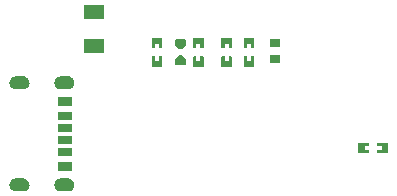
<source format=gtp>
G04 Layer: TopPasteMaskLayer*
G04 EasyEDA v6.5.40, 2025-01-31 22:11:59*
G04 63179efdc9ef42fbbe513a6e2370b4ab,79498b06e10c4258a2922cdf157d59c5,10*
G04 Gerber Generator version 0.2*
G04 Scale: 100 percent, Rotated: No, Reflected: No *
G04 Dimensions in millimeters *
G04 leading zeros omitted , absolute positions ,4 integer and 5 decimal *
%FSLAX45Y45*%
%MOMM*%

%ADD10R,0.9000X0.8000*%
%ADD11R,1.7280X1.1901*%

%LPD*%
G36*
X1485646Y-1185164D02*
G01*
X1456283Y-1212596D01*
X1456283Y-1262938D01*
X1462684Y-1269339D01*
X1536242Y-1269339D01*
X1542643Y-1262938D01*
X1542643Y-1212596D01*
X1513281Y-1185164D01*
G37*
G36*
X1461516Y-1049477D02*
G01*
X1455115Y-1055878D01*
X1455115Y-1106170D01*
X1484528Y-1133602D01*
X1512163Y-1133602D01*
X1541526Y-1106170D01*
X1541526Y-1055878D01*
X1535125Y-1049477D01*
G37*
G36*
X1259992Y-1194511D02*
G01*
X1254963Y-1199540D01*
X1254963Y-1279499D01*
X1259992Y-1284528D01*
X1339951Y-1284528D01*
X1344980Y-1279499D01*
X1344980Y-1199540D01*
X1339951Y-1194511D01*
X1317193Y-1194511D01*
X1317193Y-1231544D01*
X1284173Y-1231544D01*
X1284173Y-1194511D01*
G37*
G36*
X1259992Y-1035507D02*
G01*
X1254963Y-1040536D01*
X1254963Y-1120495D01*
X1259992Y-1125524D01*
X1282750Y-1125524D01*
X1282750Y-1088542D01*
X1315770Y-1088542D01*
X1315770Y-1125524D01*
X1339951Y-1125524D01*
X1344980Y-1120495D01*
X1344980Y-1040536D01*
X1339951Y-1035507D01*
G37*
G36*
X1610004Y-1194511D02*
G01*
X1604975Y-1199540D01*
X1604975Y-1279499D01*
X1610004Y-1284528D01*
X1689963Y-1284528D01*
X1694992Y-1279499D01*
X1694992Y-1199540D01*
X1689963Y-1194511D01*
X1667205Y-1194511D01*
X1667205Y-1231544D01*
X1634185Y-1231544D01*
X1634185Y-1194511D01*
G37*
G36*
X1610004Y-1035507D02*
G01*
X1604975Y-1040536D01*
X1604975Y-1120495D01*
X1610004Y-1125524D01*
X1632762Y-1125524D01*
X1632762Y-1088542D01*
X1665782Y-1088542D01*
X1665782Y-1125524D01*
X1689963Y-1125524D01*
X1694992Y-1120495D01*
X1694992Y-1040536D01*
X1689963Y-1035507D01*
G37*
G36*
X2040026Y-1194511D02*
G01*
X2034997Y-1199540D01*
X2034997Y-1279499D01*
X2040026Y-1284528D01*
X2119985Y-1284528D01*
X2125014Y-1279499D01*
X2125014Y-1199540D01*
X2119985Y-1194511D01*
X2097227Y-1194511D01*
X2097227Y-1231544D01*
X2064207Y-1231544D01*
X2064207Y-1194511D01*
G37*
G36*
X2040026Y-1035507D02*
G01*
X2034997Y-1040536D01*
X2034997Y-1120495D01*
X2040026Y-1125524D01*
X2062784Y-1125524D01*
X2062784Y-1088542D01*
X2095804Y-1088542D01*
X2095804Y-1125524D01*
X2119985Y-1125524D01*
X2125014Y-1120495D01*
X2125014Y-1040536D01*
X2119985Y-1035507D01*
G37*
G36*
X1850034Y-1194511D02*
G01*
X1845005Y-1199540D01*
X1845005Y-1279499D01*
X1850034Y-1284528D01*
X1929993Y-1284528D01*
X1935022Y-1279499D01*
X1935022Y-1199540D01*
X1929993Y-1194511D01*
X1907235Y-1194511D01*
X1907235Y-1231544D01*
X1874215Y-1231544D01*
X1874215Y-1194511D01*
G37*
G36*
X1850034Y-1035507D02*
G01*
X1845005Y-1040536D01*
X1845005Y-1120495D01*
X1850034Y-1125524D01*
X1872792Y-1125524D01*
X1872792Y-1088542D01*
X1905812Y-1088542D01*
X1905812Y-1125524D01*
X1929993Y-1125524D01*
X1935022Y-1120495D01*
X1935022Y-1040536D01*
X1929993Y-1035507D01*
G37*
G36*
X3169564Y-1925015D02*
G01*
X3164535Y-1930044D01*
X3164535Y-1952802D01*
X3201568Y-1952802D01*
X3201568Y-1985822D01*
X3164535Y-1985822D01*
X3164535Y-2010003D01*
X3169564Y-2015032D01*
X3249523Y-2015032D01*
X3254552Y-2010003D01*
X3254552Y-1930044D01*
X3249523Y-1925015D01*
G37*
G36*
X3010560Y-1925015D02*
G01*
X3005531Y-1930044D01*
X3005531Y-2010003D01*
X3010560Y-2015032D01*
X3090519Y-2015032D01*
X3095548Y-2010003D01*
X3095548Y-1987245D01*
X3058515Y-1987245D01*
X3058515Y-1954225D01*
X3095548Y-1954225D01*
X3095548Y-1930044D01*
X3090519Y-1925015D01*
G37*
G36*
X486003Y-2226970D02*
G01*
X480517Y-2227275D01*
X475081Y-2228088D01*
X469798Y-2229408D01*
X464616Y-2231288D01*
X459689Y-2233676D01*
X455015Y-2236520D01*
X450646Y-2239873D01*
X446633Y-2243582D01*
X442976Y-2247696D01*
X439826Y-2252167D01*
X437083Y-2256891D01*
X434797Y-2261870D01*
X433070Y-2267102D01*
X431850Y-2272436D01*
X431139Y-2277872D01*
X431038Y-2283358D01*
X431444Y-2288844D01*
X432358Y-2294229D01*
X433882Y-2299512D01*
X435864Y-2304592D01*
X438353Y-2309469D01*
X441350Y-2314092D01*
X444754Y-2318359D01*
X448614Y-2322322D01*
X452780Y-2325827D01*
X457301Y-2328926D01*
X462127Y-2331567D01*
X467207Y-2333650D01*
X472440Y-2335276D01*
X477824Y-2336393D01*
X483260Y-2336901D01*
X545998Y-2337003D01*
X551484Y-2336698D01*
X556920Y-2335885D01*
X562203Y-2334564D01*
X567385Y-2332685D01*
X572312Y-2330297D01*
X576986Y-2327452D01*
X581355Y-2324100D01*
X585368Y-2320391D01*
X589026Y-2316276D01*
X592226Y-2311806D01*
X594969Y-2307082D01*
X597204Y-2302103D01*
X598932Y-2296871D01*
X600151Y-2291537D01*
X600862Y-2286101D01*
X600964Y-2280615D01*
X600557Y-2275128D01*
X599643Y-2269744D01*
X598119Y-2264460D01*
X596138Y-2259380D01*
X593648Y-2254504D01*
X590651Y-2249881D01*
X587248Y-2245614D01*
X583438Y-2241651D01*
X579221Y-2238146D01*
X574700Y-2235047D01*
X569874Y-2232456D01*
X564794Y-2230323D01*
X559562Y-2228697D01*
X554177Y-2227580D01*
X548741Y-2227072D01*
G37*
G36*
X486003Y-1363014D02*
G01*
X480517Y-1363268D01*
X475081Y-1364081D01*
X469798Y-1365453D01*
X464616Y-1367332D01*
X459689Y-1369720D01*
X455015Y-1372565D01*
X450646Y-1375867D01*
X446633Y-1379626D01*
X442976Y-1383690D01*
X439826Y-1388160D01*
X437083Y-1392936D01*
X434797Y-1397914D01*
X433070Y-1403096D01*
X431850Y-1408480D01*
X431139Y-1413916D01*
X431038Y-1419352D01*
X431444Y-1424838D01*
X432358Y-1430223D01*
X433882Y-1435506D01*
X435864Y-1440637D01*
X438353Y-1445514D01*
X441350Y-1450086D01*
X444754Y-1454404D01*
X448614Y-1458315D01*
X452780Y-1461871D01*
X457301Y-1464919D01*
X462127Y-1467561D01*
X467207Y-1469694D01*
X472440Y-1471320D01*
X477824Y-1472387D01*
X483260Y-1472946D01*
X545998Y-1472996D01*
X551484Y-1472742D01*
X556920Y-1471930D01*
X562203Y-1470558D01*
X567385Y-1468678D01*
X572312Y-1466291D01*
X576986Y-1463446D01*
X581355Y-1460144D01*
X585368Y-1456385D01*
X589026Y-1452321D01*
X592226Y-1447850D01*
X594969Y-1443075D01*
X597204Y-1438097D01*
X598932Y-1432915D01*
X600151Y-1427530D01*
X600862Y-1422095D01*
X600964Y-1416659D01*
X600557Y-1411173D01*
X599643Y-1405788D01*
X598119Y-1400505D01*
X596138Y-1395374D01*
X593648Y-1390497D01*
X590651Y-1385925D01*
X587248Y-1381607D01*
X583438Y-1377696D01*
X579221Y-1374140D01*
X574700Y-1371092D01*
X569874Y-1368450D01*
X564794Y-1366316D01*
X559562Y-1364691D01*
X554177Y-1363624D01*
X548741Y-1363065D01*
G37*
G36*
X464007Y-2084984D02*
G01*
X464007Y-2164994D01*
X583996Y-2164994D01*
X583996Y-2084984D01*
G37*
G36*
X464007Y-1865020D02*
G01*
X464007Y-1935022D01*
X583996Y-1935022D01*
X583996Y-1865020D01*
G37*
G36*
X464007Y-1966975D02*
G01*
X464007Y-2036978D01*
X583996Y-2036978D01*
X583996Y-1966975D01*
G37*
G36*
X464007Y-1764995D02*
G01*
X464007Y-1834997D01*
X583996Y-1834997D01*
X583996Y-1764995D01*
G37*
G36*
X464007Y-1534972D02*
G01*
X464007Y-1614982D01*
X583996Y-1614982D01*
X583996Y-1534972D01*
G37*
G36*
X464007Y-1662988D02*
G01*
X464007Y-1732991D01*
X583996Y-1732991D01*
X583996Y-1662988D01*
G37*
G36*
X105968Y-2226970D02*
G01*
X100533Y-2227275D01*
X95097Y-2228088D01*
X89763Y-2229408D01*
X84632Y-2231288D01*
X79705Y-2233676D01*
X75031Y-2236520D01*
X70662Y-2239873D01*
X66598Y-2243582D01*
X62991Y-2247696D01*
X59791Y-2252167D01*
X57048Y-2256891D01*
X54813Y-2261870D01*
X53035Y-2267102D01*
X51816Y-2272436D01*
X51155Y-2277872D01*
X51003Y-2283358D01*
X51409Y-2288844D01*
X52374Y-2294229D01*
X53848Y-2299512D01*
X55880Y-2304592D01*
X58369Y-2309469D01*
X61315Y-2314092D01*
X64769Y-2318359D01*
X68580Y-2322322D01*
X72796Y-2325827D01*
X77317Y-2328926D01*
X82143Y-2331567D01*
X87172Y-2333650D01*
X92405Y-2335276D01*
X97790Y-2336393D01*
X103276Y-2336901D01*
X166014Y-2337003D01*
X171450Y-2336698D01*
X176885Y-2335885D01*
X182219Y-2334564D01*
X187350Y-2332685D01*
X192278Y-2330297D01*
X197002Y-2327452D01*
X201371Y-2324100D01*
X205384Y-2320391D01*
X208991Y-2316276D01*
X212191Y-2311806D01*
X214934Y-2307082D01*
X217170Y-2302103D01*
X218948Y-2296871D01*
X220167Y-2291537D01*
X220827Y-2286101D01*
X220979Y-2280615D01*
X220573Y-2275128D01*
X219608Y-2269744D01*
X218135Y-2264460D01*
X216154Y-2259380D01*
X213614Y-2254504D01*
X210667Y-2249881D01*
X207213Y-2245614D01*
X203403Y-2241651D01*
X199186Y-2238146D01*
X194665Y-2235047D01*
X189839Y-2232456D01*
X184810Y-2230323D01*
X179578Y-2228697D01*
X174193Y-2227580D01*
X168757Y-2227072D01*
G37*
G36*
X105968Y-1363014D02*
G01*
X100533Y-1363268D01*
X95097Y-1364081D01*
X89763Y-1365453D01*
X84632Y-1367332D01*
X79705Y-1369720D01*
X75031Y-1372565D01*
X70662Y-1375867D01*
X66598Y-1379626D01*
X62991Y-1383690D01*
X59791Y-1388160D01*
X57048Y-1392936D01*
X54813Y-1397914D01*
X53035Y-1403096D01*
X51816Y-1408480D01*
X51155Y-1413916D01*
X51003Y-1419352D01*
X51409Y-1424838D01*
X52374Y-1430223D01*
X53848Y-1435506D01*
X55880Y-1440637D01*
X58369Y-1445514D01*
X61315Y-1450086D01*
X64769Y-1454404D01*
X68580Y-1458315D01*
X72796Y-1461871D01*
X77317Y-1464919D01*
X82143Y-1467561D01*
X87172Y-1469694D01*
X92405Y-1471320D01*
X97790Y-1472387D01*
X103276Y-1472946D01*
X166014Y-1472996D01*
X171450Y-1472742D01*
X176885Y-1471930D01*
X182219Y-1470558D01*
X187350Y-1468678D01*
X192278Y-1466291D01*
X197002Y-1463446D01*
X201371Y-1460144D01*
X205384Y-1456385D01*
X208991Y-1452321D01*
X212191Y-1447850D01*
X214934Y-1443075D01*
X217170Y-1438097D01*
X218948Y-1432915D01*
X220167Y-1427530D01*
X220827Y-1422095D01*
X220979Y-1416659D01*
X220573Y-1411173D01*
X219608Y-1405788D01*
X218135Y-1400505D01*
X216154Y-1395374D01*
X213614Y-1390497D01*
X210667Y-1385925D01*
X207213Y-1381607D01*
X203403Y-1377696D01*
X199186Y-1374140D01*
X194665Y-1371092D01*
X189839Y-1368450D01*
X184810Y-1366316D01*
X179578Y-1364691D01*
X174193Y-1363624D01*
X168757Y-1363065D01*
G37*
D10*
G01*
X2299970Y-1080109D03*
G01*
X2299970Y-1220114D03*
D11*
G01*
X770001Y-1104493D03*
G01*
X770001Y-815492D03*
M02*

</source>
